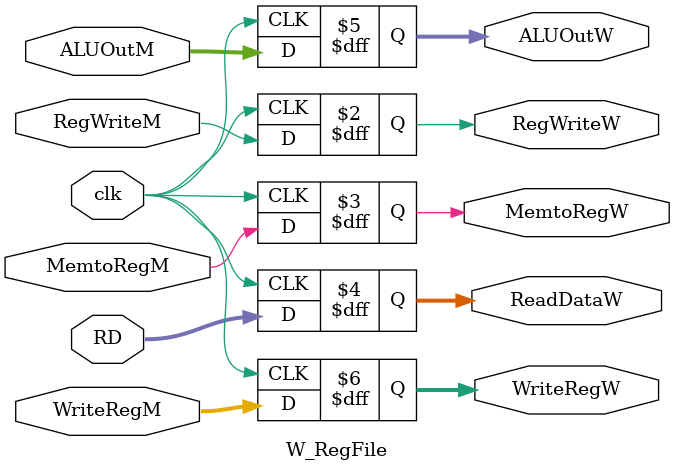
<source format=v>
`timescale 1ns / 1ps
module W_RegFile(
   input clk,
	input RegWriteM,
	input MemtoRegM,
	input [31:0]RD,
	input [31:0]ALUOutM,
	input [4:0]WriteRegM,
	output reg RegWriteW,
	output reg MemtoRegW,
	output reg [31:0]ReadDataW,
	output reg [31:0]ALUOutW,
	output reg [4:0]WriteRegW
    );
always@(posedge clk)
begin
   RegWriteW <= RegWriteM;
	MemtoRegW <= MemtoRegM;
   ReadDataW <= RD;
	ALUOutW   <= ALUOutM;
	WriteRegW <= WriteRegM;
end

endmodule

</source>
